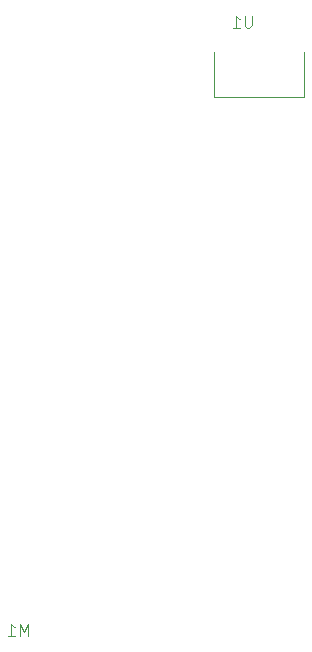
<source format=gbr>
%TF.GenerationSoftware,KiCad,Pcbnew,8.0.8*%
%TF.CreationDate,2025-02-28T02:08:50-08:00*%
%TF.ProjectId,jazmyn_hwsw,6a617a6d-796e-45f6-9877-73772e6b6963,rev?*%
%TF.SameCoordinates,Original*%
%TF.FileFunction,Legend,Bot*%
%TF.FilePolarity,Positive*%
%FSLAX46Y46*%
G04 Gerber Fmt 4.6, Leading zero omitted, Abs format (unit mm)*
G04 Created by KiCad (PCBNEW 8.0.8) date 2025-02-28 02:08:50*
%MOMM*%
%LPD*%
G01*
G04 APERTURE LIST*
%ADD10C,0.100000*%
G04 APERTURE END LIST*
D10*
X146261904Y-65457419D02*
X146261904Y-66266942D01*
X146261904Y-66266942D02*
X146214285Y-66362180D01*
X146214285Y-66362180D02*
X146166666Y-66409800D01*
X146166666Y-66409800D02*
X146071428Y-66457419D01*
X146071428Y-66457419D02*
X145880952Y-66457419D01*
X145880952Y-66457419D02*
X145785714Y-66409800D01*
X145785714Y-66409800D02*
X145738095Y-66362180D01*
X145738095Y-66362180D02*
X145690476Y-66266942D01*
X145690476Y-66266942D02*
X145690476Y-65457419D01*
X144690476Y-66457419D02*
X145261904Y-66457419D01*
X144976190Y-66457419D02*
X144976190Y-65457419D01*
X144976190Y-65457419D02*
X145071428Y-65600276D01*
X145071428Y-65600276D02*
X145166666Y-65695514D01*
X145166666Y-65695514D02*
X145261904Y-65743133D01*
X127309523Y-117957419D02*
X127309523Y-116957419D01*
X127309523Y-116957419D02*
X126976190Y-117671704D01*
X126976190Y-117671704D02*
X126642857Y-116957419D01*
X126642857Y-116957419D02*
X126642857Y-117957419D01*
X125642857Y-117957419D02*
X126214285Y-117957419D01*
X125928571Y-117957419D02*
X125928571Y-116957419D01*
X125928571Y-116957419D02*
X126023809Y-117100276D01*
X126023809Y-117100276D02*
X126119047Y-117195514D01*
X126119047Y-117195514D02*
X126214285Y-117243133D01*
%TO.C,U1*%
X143070000Y-68510000D02*
X143070000Y-72320000D01*
X143070000Y-72320000D02*
X150690000Y-72320000D01*
X150690000Y-72320000D02*
X150690000Y-68510000D01*
%TD*%
M02*

</source>
